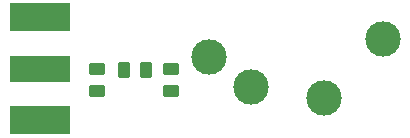
<source format=gbr>
%TF.GenerationSoftware,KiCad,Pcbnew,9.0.5*%
%TF.CreationDate,2025-10-20T01:08:57+02:00*%
%TF.ProjectId,T_umik-do-sondy-w-cz,5442756d-696b-42d6-946f-2d736f6e6479,rev?*%
%TF.SameCoordinates,Original*%
%TF.FileFunction,Soldermask,Top*%
%TF.FilePolarity,Negative*%
%FSLAX46Y46*%
G04 Gerber Fmt 4.6, Leading zero omitted, Abs format (unit mm)*
G04 Created by KiCad (PCBNEW 9.0.5) date 2025-10-20 01:08:57*
%MOMM*%
%LPD*%
G01*
G04 APERTURE LIST*
G04 Aperture macros list*
%AMRoundRect*
0 Rectangle with rounded corners*
0 $1 Rounding radius*
0 $2 $3 $4 $5 $6 $7 $8 $9 X,Y pos of 4 corners*
0 Add a 4 corners polygon primitive as box body*
4,1,4,$2,$3,$4,$5,$6,$7,$8,$9,$2,$3,0*
0 Add four circle primitives for the rounded corners*
1,1,$1+$1,$2,$3*
1,1,$1+$1,$4,$5*
1,1,$1+$1,$6,$7*
1,1,$1+$1,$8,$9*
0 Add four rect primitives between the rounded corners*
20,1,$1+$1,$2,$3,$4,$5,0*
20,1,$1+$1,$4,$5,$6,$7,0*
20,1,$1+$1,$6,$7,$8,$9,0*
20,1,$1+$1,$8,$9,$2,$3,0*%
G04 Aperture macros list end*
%ADD10RoundRect,0.250000X-0.450000X0.262500X-0.450000X-0.262500X0.450000X-0.262500X0.450000X0.262500X0*%
%ADD11C,3.000000*%
%ADD12R,5.080000X2.290000*%
%ADD13R,5.080000X2.420000*%
%ADD14RoundRect,0.250000X-0.262500X-0.450000X0.262500X-0.450000X0.262500X0.450000X-0.262500X0.450000X0*%
G04 APERTURE END LIST*
D10*
%TO.C,R3*%
X115200000Y-70787500D03*
X115200000Y-72612500D03*
%TD*%
D11*
%TO.C,L2*%
X128100000Y-73200000D03*
X133100000Y-68200000D03*
%TD*%
%TO.C,L1*%
X118410000Y-69750000D03*
X121910000Y-72250000D03*
%TD*%
D12*
%TO.C,J1*%
X104060000Y-70720000D03*
D13*
X104060000Y-66340000D03*
X104060000Y-75100000D03*
%TD*%
D14*
%TO.C,R2*%
X111187500Y-70800000D03*
X113012500Y-70800000D03*
%TD*%
D10*
%TO.C,R1*%
X108900000Y-70787500D03*
X108900000Y-72612500D03*
%TD*%
M02*

</source>
